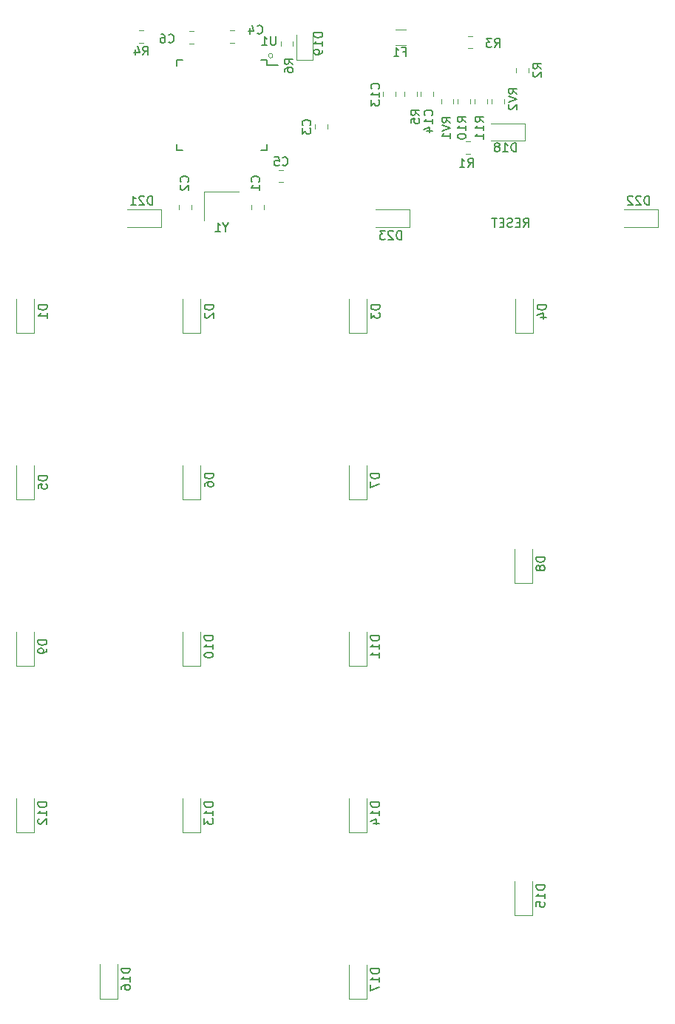
<source format=gbr>
%TF.GenerationSoftware,KiCad,Pcbnew,(5.1.6)-1*%
%TF.CreationDate,2020-11-22T11:15:34-08:00*%
%TF.ProjectId,tenkey_plusplus,74656e6b-6579-45f7-906c-7573706c7573,1*%
%TF.SameCoordinates,Original*%
%TF.FileFunction,Legend,Bot*%
%TF.FilePolarity,Positive*%
%FSLAX46Y46*%
G04 Gerber Fmt 4.6, Leading zero omitted, Abs format (unit mm)*
G04 Created by KiCad (PCBNEW (5.1.6)-1) date 2020-11-22 11:15:34*
%MOMM*%
%LPD*%
G01*
G04 APERTURE LIST*
%ADD10C,0.150000*%
%ADD11C,0.120000*%
G04 APERTURE END LIST*
D10*
X130532392Y-70158398D02*
X130865726Y-69682208D01*
X131103821Y-70158398D02*
X131103821Y-69158398D01*
X130722869Y-69158398D01*
X130627631Y-69206018D01*
X130580012Y-69253637D01*
X130532392Y-69348875D01*
X130532392Y-69491732D01*
X130580012Y-69586970D01*
X130627631Y-69634589D01*
X130722869Y-69682208D01*
X131103821Y-69682208D01*
X130103821Y-69634589D02*
X129770488Y-69634589D01*
X129627631Y-70158398D02*
X130103821Y-70158398D01*
X130103821Y-69158398D01*
X129627631Y-69158398D01*
X129246678Y-70110779D02*
X129103821Y-70158398D01*
X128865726Y-70158398D01*
X128770488Y-70110779D01*
X128722869Y-70063160D01*
X128675250Y-69967922D01*
X128675250Y-69872684D01*
X128722869Y-69777446D01*
X128770488Y-69729827D01*
X128865726Y-69682208D01*
X129056202Y-69634589D01*
X129151440Y-69586970D01*
X129199059Y-69539351D01*
X129246678Y-69444113D01*
X129246678Y-69348875D01*
X129199059Y-69253637D01*
X129151440Y-69206018D01*
X129056202Y-69158398D01*
X128818107Y-69158398D01*
X128675250Y-69206018D01*
X128246678Y-69634589D02*
X127913345Y-69634589D01*
X127770488Y-70158398D02*
X128246678Y-70158398D01*
X128246678Y-69158398D01*
X127770488Y-69158398D01*
X127484773Y-69158398D02*
X126913345Y-69158398D01*
X127199059Y-70158398D02*
X127199059Y-69158398D01*
D11*
X101824618Y-50539688D02*
G75*
G03*
X101824618Y-50539688I-254000J0D01*
G01*
%TO.C,Y1*%
X93956000Y-69398976D02*
X93956000Y-66098976D01*
X93956000Y-66098976D02*
X97956000Y-66098976D01*
%TO.C,RV2*%
X128289018Y-56055566D02*
X128289018Y-55538410D01*
X126869018Y-56055566D02*
X126869018Y-55538410D01*
%TO.C,RV1*%
X122510518Y-56055566D02*
X122510518Y-55538410D01*
X121090518Y-56055566D02*
X121090518Y-55538410D01*
%TO.C,R11*%
X126384018Y-56055566D02*
X126384018Y-55538410D01*
X124964018Y-56055566D02*
X124964018Y-55538410D01*
%TO.C,R10*%
X124415518Y-56055566D02*
X124415518Y-55538410D01*
X122995518Y-56055566D02*
X122995518Y-55538410D01*
%TO.C,R6*%
X102716012Y-48873440D02*
X102716012Y-49390596D01*
X104136012Y-48873440D02*
X104136012Y-49390596D01*
%TO.C,R5*%
X116888018Y-54649910D02*
X116888018Y-55167066D01*
X118308018Y-54649910D02*
X118308018Y-55167066D01*
%TO.C,R4*%
X86492440Y-49077988D02*
X87009596Y-49077988D01*
X86492440Y-47657988D02*
X87009596Y-47657988D01*
%TO.C,R3*%
X124714596Y-48292988D02*
X124197440Y-48292988D01*
X124714596Y-49712988D02*
X124197440Y-49712988D01*
%TO.C,R2*%
X129715018Y-51919410D02*
X129715018Y-52436566D01*
X131135018Y-51919410D02*
X131135018Y-52436566D01*
%TO.C,R1*%
X124451596Y-60357988D02*
X123934440Y-60357988D01*
X124451596Y-61777988D02*
X123934440Y-61777988D01*
%TO.C,F1*%
X117041582Y-47534988D02*
X115837454Y-47534988D01*
X117041582Y-49354988D02*
X115837454Y-49354988D01*
%TO.C,D19*%
X106368012Y-48132018D02*
X106368012Y-51017018D01*
X106368012Y-51017018D02*
X104548012Y-51017018D01*
X104548012Y-51017018D02*
X104548012Y-48132018D01*
%TO.C,C14*%
X118793018Y-54649910D02*
X118793018Y-55167066D01*
X120213018Y-54649910D02*
X120213018Y-55167066D01*
%TO.C,C13*%
X115895018Y-55167066D02*
X115895018Y-54649910D01*
X114475018Y-55167066D02*
X114475018Y-54649910D01*
%TO.C,C6*%
X92735578Y-47735000D02*
X92218422Y-47735000D01*
X92735578Y-49155000D02*
X92218422Y-49155000D01*
%TO.C,C5*%
X103022578Y-63610000D02*
X102505422Y-63610000D01*
X103022578Y-65030000D02*
X102505422Y-65030000D01*
%TO.C,C4*%
X97409596Y-47657988D02*
X96892440Y-47657988D01*
X97409596Y-49077988D02*
X96892440Y-49077988D01*
%TO.C,C3*%
X106653012Y-58423840D02*
X106653012Y-58940996D01*
X108073012Y-58423840D02*
X108073012Y-58940996D01*
%TO.C,C2*%
X92527018Y-68148554D02*
X92527018Y-67631398D01*
X91107018Y-68148554D02*
X91107018Y-67631398D01*
%TO.C,C1*%
X99362018Y-67631398D02*
X99362018Y-68148554D01*
X100782018Y-67631398D02*
X100782018Y-68148554D01*
%TO.C,D18*%
X130717976Y-58289988D02*
X126817976Y-58289988D01*
X130717976Y-60289988D02*
X126817976Y-60289988D01*
X130717976Y-58289988D02*
X130717976Y-60289988D01*
D10*
%TO.C,U1*%
X101131000Y-51591976D02*
X102406000Y-51591976D01*
X90781000Y-51016976D02*
X91456000Y-51016976D01*
X90781000Y-61366976D02*
X91456000Y-61366976D01*
X101131000Y-61366976D02*
X100456000Y-61366976D01*
X101131000Y-51016976D02*
X100456000Y-51016976D01*
X101131000Y-61366976D02*
X101131000Y-60691976D01*
X90781000Y-61366976D02*
X90781000Y-60691976D01*
X90781000Y-51016976D02*
X90781000Y-51691976D01*
X101131000Y-51016976D02*
X101131000Y-51591976D01*
D11*
%TO.C,D23*%
X117510018Y-68145988D02*
X113610018Y-68145988D01*
X117510018Y-70145988D02*
X113610018Y-70145988D01*
X117510018Y-68145988D02*
X117510018Y-70145988D01*
%TO.C,D22*%
X145958018Y-68145988D02*
X142058018Y-68145988D01*
X145958018Y-70145988D02*
X142058018Y-70145988D01*
X145958018Y-68145988D02*
X145958018Y-70145988D01*
%TO.C,D21*%
X89062018Y-68145988D02*
X85162018Y-68145988D01*
X89062018Y-70145988D02*
X85162018Y-70145988D01*
X89062018Y-68145988D02*
X89062018Y-70145988D01*
%TO.C,D17*%
X112576976Y-158495036D02*
X112576976Y-154595036D01*
X110576976Y-158495036D02*
X110576976Y-154595036D01*
X112576976Y-158495036D02*
X110576976Y-158495036D01*
%TO.C,D16*%
X84016018Y-158425988D02*
X84016018Y-154525988D01*
X82016018Y-158425988D02*
X82016018Y-154525988D01*
X84016018Y-158425988D02*
X82016018Y-158425988D01*
%TO.C,D15*%
X131516018Y-148925988D02*
X131516018Y-145025988D01*
X129516018Y-148925988D02*
X129516018Y-145025988D01*
X131516018Y-148925988D02*
X129516018Y-148925988D01*
%TO.C,D14*%
X112576976Y-139445036D02*
X112576976Y-135545036D01*
X110576976Y-139445036D02*
X110576976Y-135545036D01*
X112576976Y-139445036D02*
X110576976Y-139445036D01*
%TO.C,D13*%
X93526976Y-139445036D02*
X93526976Y-135545036D01*
X91526976Y-139445036D02*
X91526976Y-135545036D01*
X93526976Y-139445036D02*
X91526976Y-139445036D01*
%TO.C,D12*%
X74476976Y-139445036D02*
X74476976Y-135545036D01*
X72476976Y-139445036D02*
X72476976Y-135545036D01*
X74476976Y-139445036D02*
X72476976Y-139445036D01*
%TO.C,D11*%
X112576976Y-120395036D02*
X112576976Y-116495036D01*
X110576976Y-120395036D02*
X110576976Y-116495036D01*
X112576976Y-120395036D02*
X110576976Y-120395036D01*
%TO.C,D10*%
X93526976Y-120395036D02*
X93526976Y-116495036D01*
X91526976Y-120395036D02*
X91526976Y-116495036D01*
X93526976Y-120395036D02*
X91526976Y-120395036D01*
%TO.C,D9*%
X74476976Y-120395036D02*
X74476976Y-116495036D01*
X72476976Y-120395036D02*
X72476976Y-116495036D01*
X74476976Y-120395036D02*
X72476976Y-120395036D01*
%TO.C,D8*%
X131516018Y-110925988D02*
X131516018Y-107025988D01*
X129516018Y-110925988D02*
X129516018Y-107025988D01*
X131516018Y-110925988D02*
X129516018Y-110925988D01*
%TO.C,D7*%
X112576976Y-101345036D02*
X112576976Y-97445036D01*
X110576976Y-101345036D02*
X110576976Y-97445036D01*
X112576976Y-101345036D02*
X110576976Y-101345036D01*
%TO.C,D6*%
X93526976Y-101345036D02*
X93526976Y-97445036D01*
X91526976Y-101345036D02*
X91526976Y-97445036D01*
X93526976Y-101345036D02*
X91526976Y-101345036D01*
%TO.C,D5*%
X74476976Y-101345036D02*
X74476976Y-97445036D01*
X72476976Y-101345036D02*
X72476976Y-97445036D01*
X74476976Y-101345036D02*
X72476976Y-101345036D01*
%TO.C,D4*%
X131626976Y-82295036D02*
X131626976Y-78395036D01*
X129626976Y-82295036D02*
X129626976Y-78395036D01*
X131626976Y-82295036D02*
X129626976Y-82295036D01*
%TO.C,D3*%
X112576976Y-82295036D02*
X112576976Y-78395036D01*
X110576976Y-82295036D02*
X110576976Y-78395036D01*
X112576976Y-82295036D02*
X110576976Y-82295036D01*
%TO.C,D2*%
X93526976Y-82295036D02*
X93526976Y-78395036D01*
X91526976Y-82295036D02*
X91526976Y-78395036D01*
X93526976Y-82295036D02*
X91526976Y-82295036D01*
%TO.C,D1*%
X74476976Y-82295036D02*
X74476976Y-78395036D01*
X72476976Y-82295036D02*
X72476976Y-78395036D01*
X74476976Y-82295036D02*
X72476976Y-82295036D01*
%TO.C,Y1*%
D10*
X96432190Y-70175166D02*
X96432190Y-70651356D01*
X96765523Y-69651356D02*
X96432190Y-70175166D01*
X96098857Y-69651356D01*
X95241714Y-70651356D02*
X95813142Y-70651356D01*
X95527428Y-70651356D02*
X95527428Y-69651356D01*
X95622666Y-69794214D01*
X95717904Y-69889452D01*
X95813142Y-69937071D01*
%TO.C,RV2*%
X129786392Y-54886779D02*
X129310202Y-54553446D01*
X129786392Y-54315351D02*
X128786392Y-54315351D01*
X128786392Y-54696303D01*
X128834012Y-54791541D01*
X128881631Y-54839160D01*
X128976869Y-54886779D01*
X129119726Y-54886779D01*
X129214964Y-54839160D01*
X129262583Y-54791541D01*
X129310202Y-54696303D01*
X129310202Y-54315351D01*
X128786392Y-55172494D02*
X129786392Y-55505827D01*
X128786392Y-55839160D01*
X128881631Y-56124875D02*
X128834012Y-56172494D01*
X128786392Y-56267732D01*
X128786392Y-56505827D01*
X128834012Y-56601065D01*
X128881631Y-56648684D01*
X128976869Y-56696303D01*
X129072107Y-56696303D01*
X129214964Y-56648684D01*
X129786392Y-56077256D01*
X129786392Y-56696303D01*
%TO.C,RV1*%
X122166392Y-58188779D02*
X121690202Y-57855446D01*
X122166392Y-57617351D02*
X121166392Y-57617351D01*
X121166392Y-57998303D01*
X121214012Y-58093541D01*
X121261631Y-58141160D01*
X121356869Y-58188779D01*
X121499726Y-58188779D01*
X121594964Y-58141160D01*
X121642583Y-58093541D01*
X121690202Y-57998303D01*
X121690202Y-57617351D01*
X121166392Y-58474494D02*
X122166392Y-58807827D01*
X121166392Y-59141160D01*
X122166392Y-59998303D02*
X122166392Y-59426875D01*
X122166392Y-59712589D02*
X121166392Y-59712589D01*
X121309250Y-59617351D01*
X121404488Y-59522113D01*
X121452107Y-59426875D01*
%TO.C,R11*%
X125976392Y-58141160D02*
X125500202Y-57807827D01*
X125976392Y-57569732D02*
X124976392Y-57569732D01*
X124976392Y-57950684D01*
X125024012Y-58045922D01*
X125071631Y-58093541D01*
X125166869Y-58141160D01*
X125309726Y-58141160D01*
X125404964Y-58093541D01*
X125452583Y-58045922D01*
X125500202Y-57950684D01*
X125500202Y-57569732D01*
X125976392Y-59093541D02*
X125976392Y-58522113D01*
X125976392Y-58807827D02*
X124976392Y-58807827D01*
X125119250Y-58712589D01*
X125214488Y-58617351D01*
X125262107Y-58522113D01*
X125976392Y-60045922D02*
X125976392Y-59474494D01*
X125976392Y-59760208D02*
X124976392Y-59760208D01*
X125119250Y-59664970D01*
X125214488Y-59569732D01*
X125262107Y-59474494D01*
%TO.C,R10*%
X123944392Y-58141160D02*
X123468202Y-57807827D01*
X123944392Y-57569732D02*
X122944392Y-57569732D01*
X122944392Y-57950684D01*
X122992012Y-58045922D01*
X123039631Y-58093541D01*
X123134869Y-58141160D01*
X123277726Y-58141160D01*
X123372964Y-58093541D01*
X123420583Y-58045922D01*
X123468202Y-57950684D01*
X123468202Y-57569732D01*
X123944392Y-59093541D02*
X123944392Y-58522113D01*
X123944392Y-58807827D02*
X122944392Y-58807827D01*
X123087250Y-58712589D01*
X123182488Y-58617351D01*
X123230107Y-58522113D01*
X122944392Y-59712589D02*
X122944392Y-59807827D01*
X122992012Y-59903065D01*
X123039631Y-59950684D01*
X123134869Y-59998303D01*
X123325345Y-60045922D01*
X123563440Y-60045922D01*
X123753916Y-59998303D01*
X123849154Y-59950684D01*
X123896773Y-59903065D01*
X123944392Y-59807827D01*
X123944392Y-59712589D01*
X123896773Y-59617351D01*
X123849154Y-59569732D01*
X123753916Y-59522113D01*
X123563440Y-59474494D01*
X123325345Y-59474494D01*
X123134869Y-59522113D01*
X123039631Y-59569732D01*
X122992012Y-59617351D01*
X122944392Y-59712589D01*
%TO.C,R6*%
X104132392Y-51505351D02*
X103656202Y-51172018D01*
X104132392Y-50933922D02*
X103132392Y-50933922D01*
X103132392Y-51314875D01*
X103180012Y-51410113D01*
X103227631Y-51457732D01*
X103322869Y-51505351D01*
X103465726Y-51505351D01*
X103560964Y-51457732D01*
X103608583Y-51410113D01*
X103656202Y-51314875D01*
X103656202Y-50933922D01*
X103132392Y-52362494D02*
X103132392Y-52172018D01*
X103180012Y-52076779D01*
X103227631Y-52029160D01*
X103370488Y-51933922D01*
X103560964Y-51886303D01*
X103941916Y-51886303D01*
X104037154Y-51933922D01*
X104084773Y-51981541D01*
X104132392Y-52076779D01*
X104132392Y-52267256D01*
X104084773Y-52362494D01*
X104037154Y-52410113D01*
X103941916Y-52457732D01*
X103703821Y-52457732D01*
X103608583Y-52410113D01*
X103560964Y-52362494D01*
X103513345Y-52267256D01*
X103513345Y-52076779D01*
X103560964Y-51981541D01*
X103608583Y-51933922D01*
X103703821Y-51886303D01*
%TO.C,R5*%
X118610392Y-57347351D02*
X118134202Y-57014018D01*
X118610392Y-56775922D02*
X117610392Y-56775922D01*
X117610392Y-57156875D01*
X117658012Y-57252113D01*
X117705631Y-57299732D01*
X117800869Y-57347351D01*
X117943726Y-57347351D01*
X118038964Y-57299732D01*
X118086583Y-57252113D01*
X118134202Y-57156875D01*
X118134202Y-56775922D01*
X117610392Y-58252113D02*
X117610392Y-57775922D01*
X118086583Y-57728303D01*
X118038964Y-57775922D01*
X117991345Y-57871160D01*
X117991345Y-58109256D01*
X118038964Y-58204494D01*
X118086583Y-58252113D01*
X118181821Y-58299732D01*
X118419916Y-58299732D01*
X118515154Y-58252113D01*
X118562773Y-58204494D01*
X118610392Y-58109256D01*
X118610392Y-57871160D01*
X118562773Y-57775922D01*
X118515154Y-57728303D01*
%TO.C,R4*%
X86917684Y-50470368D02*
X87251018Y-49994178D01*
X87489113Y-50470368D02*
X87489113Y-49470368D01*
X87108160Y-49470368D01*
X87012922Y-49517988D01*
X86965303Y-49565607D01*
X86917684Y-49660845D01*
X86917684Y-49803702D01*
X86965303Y-49898940D01*
X87012922Y-49946559D01*
X87108160Y-49994178D01*
X87489113Y-49994178D01*
X86060541Y-49803702D02*
X86060541Y-50470368D01*
X86298637Y-49422749D02*
X86536732Y-50137035D01*
X85917684Y-50137035D01*
%TO.C,R3*%
X127214678Y-49584398D02*
X127548012Y-49108208D01*
X127786107Y-49584398D02*
X127786107Y-48584398D01*
X127405154Y-48584398D01*
X127309916Y-48632018D01*
X127262297Y-48679637D01*
X127214678Y-48774875D01*
X127214678Y-48917732D01*
X127262297Y-49012970D01*
X127309916Y-49060589D01*
X127405154Y-49108208D01*
X127786107Y-49108208D01*
X126881345Y-48584398D02*
X126262297Y-48584398D01*
X126595631Y-48965351D01*
X126452773Y-48965351D01*
X126357535Y-49012970D01*
X126309916Y-49060589D01*
X126262297Y-49155827D01*
X126262297Y-49393922D01*
X126309916Y-49489160D01*
X126357535Y-49536779D01*
X126452773Y-49584398D01*
X126738488Y-49584398D01*
X126833726Y-49536779D01*
X126881345Y-49489160D01*
%TO.C,R2*%
X132580392Y-52013351D02*
X132104202Y-51680018D01*
X132580392Y-51441922D02*
X131580392Y-51441922D01*
X131580392Y-51822875D01*
X131628012Y-51918113D01*
X131675631Y-51965732D01*
X131770869Y-52013351D01*
X131913726Y-52013351D01*
X132008964Y-51965732D01*
X132056583Y-51918113D01*
X132104202Y-51822875D01*
X132104202Y-51441922D01*
X131675631Y-52394303D02*
X131628012Y-52441922D01*
X131580392Y-52537160D01*
X131580392Y-52775256D01*
X131628012Y-52870494D01*
X131675631Y-52918113D01*
X131770869Y-52965732D01*
X131866107Y-52965732D01*
X132008964Y-52918113D01*
X132580392Y-52346684D01*
X132580392Y-52965732D01*
%TO.C,R1*%
X124166678Y-63300398D02*
X124500012Y-62824208D01*
X124738107Y-63300398D02*
X124738107Y-62300398D01*
X124357154Y-62300398D01*
X124261916Y-62348018D01*
X124214297Y-62395637D01*
X124166678Y-62490875D01*
X124166678Y-62633732D01*
X124214297Y-62728970D01*
X124261916Y-62776589D01*
X124357154Y-62824208D01*
X124738107Y-62824208D01*
X123214297Y-63300398D02*
X123785726Y-63300398D01*
X123500012Y-63300398D02*
X123500012Y-62300398D01*
X123595250Y-62443256D01*
X123690488Y-62538494D01*
X123785726Y-62586113D01*
%TO.C,F1*%
X116713345Y-50076589D02*
X117046678Y-50076589D01*
X117046678Y-50600398D02*
X117046678Y-49600398D01*
X116570488Y-49600398D01*
X115665726Y-50600398D02*
X116237154Y-50600398D01*
X115951440Y-50600398D02*
X115951440Y-49600398D01*
X116046678Y-49743256D01*
X116141916Y-49838494D01*
X116237154Y-49886113D01*
%TO.C,D19*%
X107510392Y-47917732D02*
X106510392Y-47917732D01*
X106510392Y-48155827D01*
X106558012Y-48298684D01*
X106653250Y-48393922D01*
X106748488Y-48441541D01*
X106938964Y-48489160D01*
X107081821Y-48489160D01*
X107272297Y-48441541D01*
X107367535Y-48393922D01*
X107462773Y-48298684D01*
X107510392Y-48155827D01*
X107510392Y-47917732D01*
X107510392Y-49441541D02*
X107510392Y-48870113D01*
X107510392Y-49155827D02*
X106510392Y-49155827D01*
X106653250Y-49060589D01*
X106748488Y-48965351D01*
X106796107Y-48870113D01*
X107510392Y-49917732D02*
X107510392Y-50108208D01*
X107462773Y-50203446D01*
X107415154Y-50251065D01*
X107272297Y-50346303D01*
X107081821Y-50393922D01*
X106700869Y-50393922D01*
X106605631Y-50346303D01*
X106558012Y-50298684D01*
X106510392Y-50203446D01*
X106510392Y-50012970D01*
X106558012Y-49917732D01*
X106605631Y-49870113D01*
X106700869Y-49822494D01*
X106938964Y-49822494D01*
X107034202Y-49870113D01*
X107081821Y-49917732D01*
X107129440Y-50012970D01*
X107129440Y-50203446D01*
X107081821Y-50298684D01*
X107034202Y-50346303D01*
X106938964Y-50393922D01*
%TO.C,C14*%
X120039154Y-57379160D02*
X120086773Y-57331541D01*
X120134392Y-57188684D01*
X120134392Y-57093446D01*
X120086773Y-56950589D01*
X119991535Y-56855351D01*
X119896297Y-56807732D01*
X119705821Y-56760113D01*
X119562964Y-56760113D01*
X119372488Y-56807732D01*
X119277250Y-56855351D01*
X119182012Y-56950589D01*
X119134392Y-57093446D01*
X119134392Y-57188684D01*
X119182012Y-57331541D01*
X119229631Y-57379160D01*
X120134392Y-58331541D02*
X120134392Y-57760113D01*
X120134392Y-58045827D02*
X119134392Y-58045827D01*
X119277250Y-57950589D01*
X119372488Y-57855351D01*
X119420107Y-57760113D01*
X119467726Y-59188684D02*
X120134392Y-59188684D01*
X119086773Y-58950589D02*
X119801059Y-58712494D01*
X119801059Y-59331541D01*
%TO.C,C13*%
X113943154Y-54331160D02*
X113990773Y-54283541D01*
X114038392Y-54140684D01*
X114038392Y-54045446D01*
X113990773Y-53902589D01*
X113895535Y-53807351D01*
X113800297Y-53759732D01*
X113609821Y-53712113D01*
X113466964Y-53712113D01*
X113276488Y-53759732D01*
X113181250Y-53807351D01*
X113086012Y-53902589D01*
X113038392Y-54045446D01*
X113038392Y-54140684D01*
X113086012Y-54283541D01*
X113133631Y-54331160D01*
X114038392Y-55283541D02*
X114038392Y-54712113D01*
X114038392Y-54997827D02*
X113038392Y-54997827D01*
X113181250Y-54902589D01*
X113276488Y-54807351D01*
X113324107Y-54712113D01*
X113038392Y-55616875D02*
X113038392Y-56235922D01*
X113419345Y-55902589D01*
X113419345Y-56045446D01*
X113466964Y-56140684D01*
X113514583Y-56188303D01*
X113609821Y-56235922D01*
X113847916Y-56235922D01*
X113943154Y-56188303D01*
X113990773Y-56140684D01*
X114038392Y-56045446D01*
X114038392Y-55759732D01*
X113990773Y-55664494D01*
X113943154Y-55616875D01*
%TO.C,C6*%
X89876678Y-48981160D02*
X89924297Y-49028779D01*
X90067154Y-49076398D01*
X90162392Y-49076398D01*
X90305250Y-49028779D01*
X90400488Y-48933541D01*
X90448107Y-48838303D01*
X90495726Y-48647827D01*
X90495726Y-48504970D01*
X90448107Y-48314494D01*
X90400488Y-48219256D01*
X90305250Y-48124018D01*
X90162392Y-48076398D01*
X90067154Y-48076398D01*
X89924297Y-48124018D01*
X89876678Y-48171637D01*
X89019535Y-48076398D02*
X89210012Y-48076398D01*
X89305250Y-48124018D01*
X89352869Y-48171637D01*
X89448107Y-48314494D01*
X89495726Y-48504970D01*
X89495726Y-48885922D01*
X89448107Y-48981160D01*
X89400488Y-49028779D01*
X89305250Y-49076398D01*
X89114773Y-49076398D01*
X89019535Y-49028779D01*
X88971916Y-48981160D01*
X88924297Y-48885922D01*
X88924297Y-48647827D01*
X88971916Y-48552589D01*
X89019535Y-48504970D01*
X89114773Y-48457351D01*
X89305250Y-48457351D01*
X89400488Y-48504970D01*
X89448107Y-48552589D01*
X89495726Y-48647827D01*
%TO.C,C5*%
X102930666Y-63027142D02*
X102978285Y-63074761D01*
X103121142Y-63122380D01*
X103216380Y-63122380D01*
X103359238Y-63074761D01*
X103454476Y-62979523D01*
X103502095Y-62884285D01*
X103549714Y-62693809D01*
X103549714Y-62550952D01*
X103502095Y-62360476D01*
X103454476Y-62265238D01*
X103359238Y-62170000D01*
X103216380Y-62122380D01*
X103121142Y-62122380D01*
X102978285Y-62170000D01*
X102930666Y-62217619D01*
X102025904Y-62122380D02*
X102502095Y-62122380D01*
X102549714Y-62598571D01*
X102502095Y-62550952D01*
X102406857Y-62503333D01*
X102168761Y-62503333D01*
X102073523Y-62550952D01*
X102025904Y-62598571D01*
X101978285Y-62693809D01*
X101978285Y-62931904D01*
X102025904Y-63027142D01*
X102073523Y-63074761D01*
X102168761Y-63122380D01*
X102406857Y-63122380D01*
X102502095Y-63074761D01*
X102549714Y-63027142D01*
%TO.C,C4*%
X100036678Y-47965160D02*
X100084297Y-48012779D01*
X100227154Y-48060398D01*
X100322392Y-48060398D01*
X100465250Y-48012779D01*
X100560488Y-47917541D01*
X100608107Y-47822303D01*
X100655726Y-47631827D01*
X100655726Y-47488970D01*
X100608107Y-47298494D01*
X100560488Y-47203256D01*
X100465250Y-47108018D01*
X100322392Y-47060398D01*
X100227154Y-47060398D01*
X100084297Y-47108018D01*
X100036678Y-47155637D01*
X99179535Y-47393732D02*
X99179535Y-48060398D01*
X99417631Y-47012779D02*
X99655726Y-47727065D01*
X99036678Y-47727065D01*
%TO.C,C3*%
X106070154Y-58515751D02*
X106117773Y-58468132D01*
X106165392Y-58325275D01*
X106165392Y-58230037D01*
X106117773Y-58087179D01*
X106022535Y-57991941D01*
X105927297Y-57944322D01*
X105736821Y-57896703D01*
X105593964Y-57896703D01*
X105403488Y-57944322D01*
X105308250Y-57991941D01*
X105213012Y-58087179D01*
X105165392Y-58230037D01*
X105165392Y-58325275D01*
X105213012Y-58468132D01*
X105260631Y-58515751D01*
X105165392Y-58849084D02*
X105165392Y-59468132D01*
X105546345Y-59134798D01*
X105546345Y-59277656D01*
X105593964Y-59372894D01*
X105641583Y-59420513D01*
X105736821Y-59468132D01*
X105974916Y-59468132D01*
X106070154Y-59420513D01*
X106117773Y-59372894D01*
X106165392Y-59277656D01*
X106165392Y-58991941D01*
X106117773Y-58896703D01*
X106070154Y-58849084D01*
%TO.C,C2*%
X92099154Y-64967351D02*
X92146773Y-64919732D01*
X92194392Y-64776875D01*
X92194392Y-64681637D01*
X92146773Y-64538779D01*
X92051535Y-64443541D01*
X91956297Y-64395922D01*
X91765821Y-64348303D01*
X91622964Y-64348303D01*
X91432488Y-64395922D01*
X91337250Y-64443541D01*
X91242012Y-64538779D01*
X91194392Y-64681637D01*
X91194392Y-64776875D01*
X91242012Y-64919732D01*
X91289631Y-64967351D01*
X91289631Y-65348303D02*
X91242012Y-65395922D01*
X91194392Y-65491160D01*
X91194392Y-65729256D01*
X91242012Y-65824494D01*
X91289631Y-65872113D01*
X91384869Y-65919732D01*
X91480107Y-65919732D01*
X91622964Y-65872113D01*
X92194392Y-65300684D01*
X92194392Y-65919732D01*
%TO.C,C1*%
X100227154Y-64967351D02*
X100274773Y-64919732D01*
X100322392Y-64776875D01*
X100322392Y-64681637D01*
X100274773Y-64538779D01*
X100179535Y-64443541D01*
X100084297Y-64395922D01*
X99893821Y-64348303D01*
X99750964Y-64348303D01*
X99560488Y-64395922D01*
X99465250Y-64443541D01*
X99370012Y-64538779D01*
X99322392Y-64681637D01*
X99322392Y-64776875D01*
X99370012Y-64919732D01*
X99417631Y-64967351D01*
X100322392Y-65919732D02*
X100322392Y-65348303D01*
X100322392Y-65634018D02*
X99322392Y-65634018D01*
X99465250Y-65538779D01*
X99560488Y-65443541D01*
X99608107Y-65348303D01*
%TO.C,D18*%
X129682261Y-61520368D02*
X129682261Y-60520368D01*
X129444166Y-60520368D01*
X129301309Y-60567988D01*
X129206071Y-60663226D01*
X129158452Y-60758464D01*
X129110833Y-60948940D01*
X129110833Y-61091797D01*
X129158452Y-61282273D01*
X129206071Y-61377511D01*
X129301309Y-61472749D01*
X129444166Y-61520368D01*
X129682261Y-61520368D01*
X128158452Y-61520368D02*
X128729880Y-61520368D01*
X128444166Y-61520368D02*
X128444166Y-60520368D01*
X128539404Y-60663226D01*
X128634642Y-60758464D01*
X128729880Y-60806083D01*
X127587023Y-60948940D02*
X127682261Y-60901321D01*
X127729880Y-60853702D01*
X127777499Y-60758464D01*
X127777499Y-60710845D01*
X127729880Y-60615607D01*
X127682261Y-60567988D01*
X127587023Y-60520368D01*
X127396547Y-60520368D01*
X127301309Y-60567988D01*
X127253690Y-60615607D01*
X127206071Y-60710845D01*
X127206071Y-60758464D01*
X127253690Y-60853702D01*
X127301309Y-60901321D01*
X127396547Y-60948940D01*
X127587023Y-60948940D01*
X127682261Y-60996559D01*
X127729880Y-61044178D01*
X127777499Y-61139416D01*
X127777499Y-61329892D01*
X127729880Y-61425130D01*
X127682261Y-61472749D01*
X127587023Y-61520368D01*
X127396547Y-61520368D01*
X127301309Y-61472749D01*
X127253690Y-61425130D01*
X127206071Y-61329892D01*
X127206071Y-61139416D01*
X127253690Y-61044178D01*
X127301309Y-60996559D01*
X127396547Y-60948940D01*
%TO.C,U1*%
X102155916Y-48330398D02*
X102155916Y-49139922D01*
X102108297Y-49235160D01*
X102060678Y-49282779D01*
X101965440Y-49330398D01*
X101774964Y-49330398D01*
X101679726Y-49282779D01*
X101632107Y-49235160D01*
X101584488Y-49139922D01*
X101584488Y-48330398D01*
X100584488Y-49330398D02*
X101155916Y-49330398D01*
X100870202Y-49330398D02*
X100870202Y-48330398D01*
X100965440Y-48473256D01*
X101060678Y-48568494D01*
X101155916Y-48616113D01*
%TO.C,D23*%
X116530285Y-71572380D02*
X116530285Y-70572380D01*
X116292190Y-70572380D01*
X116149333Y-70620000D01*
X116054095Y-70715238D01*
X116006476Y-70810476D01*
X115958857Y-71000952D01*
X115958857Y-71143809D01*
X116006476Y-71334285D01*
X116054095Y-71429523D01*
X116149333Y-71524761D01*
X116292190Y-71572380D01*
X116530285Y-71572380D01*
X115577904Y-70667619D02*
X115530285Y-70620000D01*
X115435047Y-70572380D01*
X115196952Y-70572380D01*
X115101714Y-70620000D01*
X115054095Y-70667619D01*
X115006476Y-70762857D01*
X115006476Y-70858095D01*
X115054095Y-71000952D01*
X115625523Y-71572380D01*
X115006476Y-71572380D01*
X114673142Y-70572380D02*
X114054095Y-70572380D01*
X114387428Y-70953333D01*
X114244571Y-70953333D01*
X114149333Y-71000952D01*
X114101714Y-71048571D01*
X114054095Y-71143809D01*
X114054095Y-71381904D01*
X114101714Y-71477142D01*
X114149333Y-71524761D01*
X114244571Y-71572380D01*
X114530285Y-71572380D01*
X114625523Y-71524761D01*
X114673142Y-71477142D01*
%TO.C,D22*%
X144922303Y-67598368D02*
X144922303Y-66598368D01*
X144684208Y-66598368D01*
X144541351Y-66645988D01*
X144446113Y-66741226D01*
X144398494Y-66836464D01*
X144350875Y-67026940D01*
X144350875Y-67169797D01*
X144398494Y-67360273D01*
X144446113Y-67455511D01*
X144541351Y-67550749D01*
X144684208Y-67598368D01*
X144922303Y-67598368D01*
X143969922Y-66693607D02*
X143922303Y-66645988D01*
X143827065Y-66598368D01*
X143588970Y-66598368D01*
X143493732Y-66645988D01*
X143446113Y-66693607D01*
X143398494Y-66788845D01*
X143398494Y-66884083D01*
X143446113Y-67026940D01*
X144017541Y-67598368D01*
X143398494Y-67598368D01*
X143017541Y-66693607D02*
X142969922Y-66645988D01*
X142874684Y-66598368D01*
X142636589Y-66598368D01*
X142541351Y-66645988D01*
X142493732Y-66693607D01*
X142446113Y-66788845D01*
X142446113Y-66884083D01*
X142493732Y-67026940D01*
X143065160Y-67598368D01*
X142446113Y-67598368D01*
%TO.C,D21*%
X88026303Y-67598368D02*
X88026303Y-66598368D01*
X87788208Y-66598368D01*
X87645351Y-66645988D01*
X87550113Y-66741226D01*
X87502494Y-66836464D01*
X87454875Y-67026940D01*
X87454875Y-67169797D01*
X87502494Y-67360273D01*
X87550113Y-67455511D01*
X87645351Y-67550749D01*
X87788208Y-67598368D01*
X88026303Y-67598368D01*
X87073922Y-66693607D02*
X87026303Y-66645988D01*
X86931065Y-66598368D01*
X86692970Y-66598368D01*
X86597732Y-66645988D01*
X86550113Y-66693607D01*
X86502494Y-66788845D01*
X86502494Y-66884083D01*
X86550113Y-67026940D01*
X87121541Y-67598368D01*
X86502494Y-67598368D01*
X85550113Y-67598368D02*
X86121541Y-67598368D01*
X85835827Y-67598368D02*
X85835827Y-66598368D01*
X85931065Y-66741226D01*
X86026303Y-66836464D01*
X86121541Y-66884083D01*
%TO.C,D17*%
X114029356Y-155030750D02*
X113029356Y-155030750D01*
X113029356Y-155268845D01*
X113076976Y-155411702D01*
X113172214Y-155506940D01*
X113267452Y-155554559D01*
X113457928Y-155602178D01*
X113600785Y-155602178D01*
X113791261Y-155554559D01*
X113886499Y-155506940D01*
X113981737Y-155411702D01*
X114029356Y-155268845D01*
X114029356Y-155030750D01*
X114029356Y-156554559D02*
X114029356Y-155983131D01*
X114029356Y-156268845D02*
X113029356Y-156268845D01*
X113172214Y-156173607D01*
X113267452Y-156078369D01*
X113315071Y-155983131D01*
X113029356Y-156887893D02*
X113029356Y-157554559D01*
X114029356Y-157125988D01*
%TO.C,D16*%
X85468398Y-154961702D02*
X84468398Y-154961702D01*
X84468398Y-155199797D01*
X84516018Y-155342654D01*
X84611256Y-155437892D01*
X84706494Y-155485511D01*
X84896970Y-155533130D01*
X85039827Y-155533130D01*
X85230303Y-155485511D01*
X85325541Y-155437892D01*
X85420779Y-155342654D01*
X85468398Y-155199797D01*
X85468398Y-154961702D01*
X85468398Y-156485511D02*
X85468398Y-155914083D01*
X85468398Y-156199797D02*
X84468398Y-156199797D01*
X84611256Y-156104559D01*
X84706494Y-156009321D01*
X84754113Y-155914083D01*
X84468398Y-157342654D02*
X84468398Y-157152178D01*
X84516018Y-157056940D01*
X84563637Y-157009321D01*
X84706494Y-156914083D01*
X84896970Y-156866464D01*
X85277922Y-156866464D01*
X85373160Y-156914083D01*
X85420779Y-156961702D01*
X85468398Y-157056940D01*
X85468398Y-157247416D01*
X85420779Y-157342654D01*
X85373160Y-157390273D01*
X85277922Y-157437892D01*
X85039827Y-157437892D01*
X84944589Y-157390273D01*
X84896970Y-157342654D01*
X84849351Y-157247416D01*
X84849351Y-157056940D01*
X84896970Y-156961702D01*
X84944589Y-156914083D01*
X85039827Y-156866464D01*
%TO.C,D15*%
X132968398Y-145461702D02*
X131968398Y-145461702D01*
X131968398Y-145699797D01*
X132016018Y-145842654D01*
X132111256Y-145937892D01*
X132206494Y-145985511D01*
X132396970Y-146033130D01*
X132539827Y-146033130D01*
X132730303Y-145985511D01*
X132825541Y-145937892D01*
X132920779Y-145842654D01*
X132968398Y-145699797D01*
X132968398Y-145461702D01*
X132968398Y-146985511D02*
X132968398Y-146414083D01*
X132968398Y-146699797D02*
X131968398Y-146699797D01*
X132111256Y-146604559D01*
X132206494Y-146509321D01*
X132254113Y-146414083D01*
X131968398Y-147890273D02*
X131968398Y-147414083D01*
X132444589Y-147366464D01*
X132396970Y-147414083D01*
X132349351Y-147509321D01*
X132349351Y-147747416D01*
X132396970Y-147842654D01*
X132444589Y-147890273D01*
X132539827Y-147937892D01*
X132777922Y-147937892D01*
X132873160Y-147890273D01*
X132920779Y-147842654D01*
X132968398Y-147747416D01*
X132968398Y-147509321D01*
X132920779Y-147414083D01*
X132873160Y-147366464D01*
%TO.C,D14*%
X114029356Y-135980750D02*
X113029356Y-135980750D01*
X113029356Y-136218845D01*
X113076976Y-136361702D01*
X113172214Y-136456940D01*
X113267452Y-136504559D01*
X113457928Y-136552178D01*
X113600785Y-136552178D01*
X113791261Y-136504559D01*
X113886499Y-136456940D01*
X113981737Y-136361702D01*
X114029356Y-136218845D01*
X114029356Y-135980750D01*
X114029356Y-137504559D02*
X114029356Y-136933131D01*
X114029356Y-137218845D02*
X113029356Y-137218845D01*
X113172214Y-137123607D01*
X113267452Y-137028369D01*
X113315071Y-136933131D01*
X113362690Y-138361702D02*
X114029356Y-138361702D01*
X112981737Y-138123607D02*
X113696023Y-137885512D01*
X113696023Y-138504559D01*
%TO.C,D13*%
X94979356Y-135980750D02*
X93979356Y-135980750D01*
X93979356Y-136218845D01*
X94026976Y-136361702D01*
X94122214Y-136456940D01*
X94217452Y-136504559D01*
X94407928Y-136552178D01*
X94550785Y-136552178D01*
X94741261Y-136504559D01*
X94836499Y-136456940D01*
X94931737Y-136361702D01*
X94979356Y-136218845D01*
X94979356Y-135980750D01*
X94979356Y-137504559D02*
X94979356Y-136933131D01*
X94979356Y-137218845D02*
X93979356Y-137218845D01*
X94122214Y-137123607D01*
X94217452Y-137028369D01*
X94265071Y-136933131D01*
X93979356Y-137837893D02*
X93979356Y-138456940D01*
X94360309Y-138123607D01*
X94360309Y-138266464D01*
X94407928Y-138361702D01*
X94455547Y-138409321D01*
X94550785Y-138456940D01*
X94788880Y-138456940D01*
X94884118Y-138409321D01*
X94931737Y-138361702D01*
X94979356Y-138266464D01*
X94979356Y-137980750D01*
X94931737Y-137885512D01*
X94884118Y-137837893D01*
%TO.C,D12*%
X75929356Y-135980750D02*
X74929356Y-135980750D01*
X74929356Y-136218845D01*
X74976976Y-136361702D01*
X75072214Y-136456940D01*
X75167452Y-136504559D01*
X75357928Y-136552178D01*
X75500785Y-136552178D01*
X75691261Y-136504559D01*
X75786499Y-136456940D01*
X75881737Y-136361702D01*
X75929356Y-136218845D01*
X75929356Y-135980750D01*
X75929356Y-137504559D02*
X75929356Y-136933131D01*
X75929356Y-137218845D02*
X74929356Y-137218845D01*
X75072214Y-137123607D01*
X75167452Y-137028369D01*
X75215071Y-136933131D01*
X75024595Y-137885512D02*
X74976976Y-137933131D01*
X74929356Y-138028369D01*
X74929356Y-138266464D01*
X74976976Y-138361702D01*
X75024595Y-138409321D01*
X75119833Y-138456940D01*
X75215071Y-138456940D01*
X75357928Y-138409321D01*
X75929356Y-137837893D01*
X75929356Y-138456940D01*
%TO.C,D11*%
X114029356Y-116930750D02*
X113029356Y-116930750D01*
X113029356Y-117168845D01*
X113076976Y-117311702D01*
X113172214Y-117406940D01*
X113267452Y-117454559D01*
X113457928Y-117502178D01*
X113600785Y-117502178D01*
X113791261Y-117454559D01*
X113886499Y-117406940D01*
X113981737Y-117311702D01*
X114029356Y-117168845D01*
X114029356Y-116930750D01*
X114029356Y-118454559D02*
X114029356Y-117883131D01*
X114029356Y-118168845D02*
X113029356Y-118168845D01*
X113172214Y-118073607D01*
X113267452Y-117978369D01*
X113315071Y-117883131D01*
X114029356Y-119406940D02*
X114029356Y-118835512D01*
X114029356Y-119121226D02*
X113029356Y-119121226D01*
X113172214Y-119025988D01*
X113267452Y-118930750D01*
X113315071Y-118835512D01*
%TO.C,D10*%
X94979356Y-116930750D02*
X93979356Y-116930750D01*
X93979356Y-117168845D01*
X94026976Y-117311702D01*
X94122214Y-117406940D01*
X94217452Y-117454559D01*
X94407928Y-117502178D01*
X94550785Y-117502178D01*
X94741261Y-117454559D01*
X94836499Y-117406940D01*
X94931737Y-117311702D01*
X94979356Y-117168845D01*
X94979356Y-116930750D01*
X94979356Y-118454559D02*
X94979356Y-117883131D01*
X94979356Y-118168845D02*
X93979356Y-118168845D01*
X94122214Y-118073607D01*
X94217452Y-117978369D01*
X94265071Y-117883131D01*
X93979356Y-119073607D02*
X93979356Y-119168845D01*
X94026976Y-119264083D01*
X94074595Y-119311702D01*
X94169833Y-119359321D01*
X94360309Y-119406940D01*
X94598404Y-119406940D01*
X94788880Y-119359321D01*
X94884118Y-119311702D01*
X94931737Y-119264083D01*
X94979356Y-119168845D01*
X94979356Y-119073607D01*
X94931737Y-118978369D01*
X94884118Y-118930750D01*
X94788880Y-118883131D01*
X94598404Y-118835512D01*
X94360309Y-118835512D01*
X94169833Y-118883131D01*
X94074595Y-118930750D01*
X94026976Y-118978369D01*
X93979356Y-119073607D01*
%TO.C,D9*%
X75929356Y-117406940D02*
X74929356Y-117406940D01*
X74929356Y-117645036D01*
X74976976Y-117787893D01*
X75072214Y-117883131D01*
X75167452Y-117930750D01*
X75357928Y-117978369D01*
X75500785Y-117978369D01*
X75691261Y-117930750D01*
X75786499Y-117883131D01*
X75881737Y-117787893D01*
X75929356Y-117645036D01*
X75929356Y-117406940D01*
X75929356Y-118454559D02*
X75929356Y-118645036D01*
X75881737Y-118740274D01*
X75834118Y-118787893D01*
X75691261Y-118883131D01*
X75500785Y-118930750D01*
X75119833Y-118930750D01*
X75024595Y-118883131D01*
X74976976Y-118835512D01*
X74929356Y-118740274D01*
X74929356Y-118549797D01*
X74976976Y-118454559D01*
X75024595Y-118406940D01*
X75119833Y-118359321D01*
X75357928Y-118359321D01*
X75453166Y-118406940D01*
X75500785Y-118454559D01*
X75548404Y-118549797D01*
X75548404Y-118740274D01*
X75500785Y-118835512D01*
X75453166Y-118883131D01*
X75357928Y-118930750D01*
%TO.C,D8*%
X132968398Y-107937892D02*
X131968398Y-107937892D01*
X131968398Y-108175988D01*
X132016018Y-108318845D01*
X132111256Y-108414083D01*
X132206494Y-108461702D01*
X132396970Y-108509321D01*
X132539827Y-108509321D01*
X132730303Y-108461702D01*
X132825541Y-108414083D01*
X132920779Y-108318845D01*
X132968398Y-108175988D01*
X132968398Y-107937892D01*
X132396970Y-109080749D02*
X132349351Y-108985511D01*
X132301732Y-108937892D01*
X132206494Y-108890273D01*
X132158875Y-108890273D01*
X132063637Y-108937892D01*
X132016018Y-108985511D01*
X131968398Y-109080749D01*
X131968398Y-109271226D01*
X132016018Y-109366464D01*
X132063637Y-109414083D01*
X132158875Y-109461702D01*
X132206494Y-109461702D01*
X132301732Y-109414083D01*
X132349351Y-109366464D01*
X132396970Y-109271226D01*
X132396970Y-109080749D01*
X132444589Y-108985511D01*
X132492208Y-108937892D01*
X132587446Y-108890273D01*
X132777922Y-108890273D01*
X132873160Y-108937892D01*
X132920779Y-108985511D01*
X132968398Y-109080749D01*
X132968398Y-109271226D01*
X132920779Y-109366464D01*
X132873160Y-109414083D01*
X132777922Y-109461702D01*
X132587446Y-109461702D01*
X132492208Y-109414083D01*
X132444589Y-109366464D01*
X132396970Y-109271226D01*
%TO.C,D7*%
X114029356Y-98356940D02*
X113029356Y-98356940D01*
X113029356Y-98595036D01*
X113076976Y-98737893D01*
X113172214Y-98833131D01*
X113267452Y-98880750D01*
X113457928Y-98928369D01*
X113600785Y-98928369D01*
X113791261Y-98880750D01*
X113886499Y-98833131D01*
X113981737Y-98737893D01*
X114029356Y-98595036D01*
X114029356Y-98356940D01*
X113029356Y-99261702D02*
X113029356Y-99928369D01*
X114029356Y-99499797D01*
%TO.C,D6*%
X95011356Y-98356940D02*
X94011356Y-98356940D01*
X94011356Y-98595036D01*
X94058976Y-98737893D01*
X94154214Y-98833131D01*
X94249452Y-98880750D01*
X94439928Y-98928369D01*
X94582785Y-98928369D01*
X94773261Y-98880750D01*
X94868499Y-98833131D01*
X94963737Y-98737893D01*
X95011356Y-98595036D01*
X95011356Y-98356940D01*
X94011356Y-99785512D02*
X94011356Y-99595036D01*
X94058976Y-99499797D01*
X94106595Y-99452178D01*
X94249452Y-99356940D01*
X94439928Y-99309321D01*
X94820880Y-99309321D01*
X94916118Y-99356940D01*
X94963737Y-99404559D01*
X95011356Y-99499797D01*
X95011356Y-99690274D01*
X94963737Y-99785512D01*
X94916118Y-99833131D01*
X94820880Y-99880750D01*
X94582785Y-99880750D01*
X94487547Y-99833131D01*
X94439928Y-99785512D01*
X94392309Y-99690274D01*
X94392309Y-99499797D01*
X94439928Y-99404559D01*
X94487547Y-99356940D01*
X94582785Y-99309321D01*
%TO.C,D5*%
X75961374Y-98610940D02*
X74961374Y-98610940D01*
X74961374Y-98849036D01*
X75008994Y-98991893D01*
X75104232Y-99087131D01*
X75199470Y-99134750D01*
X75389946Y-99182369D01*
X75532803Y-99182369D01*
X75723279Y-99134750D01*
X75818517Y-99087131D01*
X75913755Y-98991893D01*
X75961374Y-98849036D01*
X75961374Y-98610940D01*
X74961374Y-100087131D02*
X74961374Y-99610940D01*
X75437565Y-99563321D01*
X75389946Y-99610940D01*
X75342327Y-99706178D01*
X75342327Y-99944274D01*
X75389946Y-100039512D01*
X75437565Y-100087131D01*
X75532803Y-100134750D01*
X75770898Y-100134750D01*
X75866136Y-100087131D01*
X75913755Y-100039512D01*
X75961374Y-99944274D01*
X75961374Y-99706178D01*
X75913755Y-99610940D01*
X75866136Y-99563321D01*
%TO.C,D4*%
X133111374Y-79052928D02*
X132111374Y-79052928D01*
X132111374Y-79291024D01*
X132158994Y-79433881D01*
X132254232Y-79529119D01*
X132349470Y-79576738D01*
X132539946Y-79624357D01*
X132682803Y-79624357D01*
X132873279Y-79576738D01*
X132968517Y-79529119D01*
X133063755Y-79433881D01*
X133111374Y-79291024D01*
X133111374Y-79052928D01*
X132444708Y-80481500D02*
X133111374Y-80481500D01*
X132063755Y-80243404D02*
X132778041Y-80005309D01*
X132778041Y-80624357D01*
%TO.C,D3*%
X114061374Y-79052928D02*
X113061374Y-79052928D01*
X113061374Y-79291024D01*
X113108994Y-79433881D01*
X113204232Y-79529119D01*
X113299470Y-79576738D01*
X113489946Y-79624357D01*
X113632803Y-79624357D01*
X113823279Y-79576738D01*
X113918517Y-79529119D01*
X114013755Y-79433881D01*
X114061374Y-79291024D01*
X114061374Y-79052928D01*
X113061374Y-79957690D02*
X113061374Y-80576738D01*
X113442327Y-80243404D01*
X113442327Y-80386262D01*
X113489946Y-80481500D01*
X113537565Y-80529119D01*
X113632803Y-80576738D01*
X113870898Y-80576738D01*
X113966136Y-80529119D01*
X114013755Y-80481500D01*
X114061374Y-80386262D01*
X114061374Y-80100547D01*
X114013755Y-80005309D01*
X113966136Y-79957690D01*
%TO.C,D2*%
X95011374Y-79052928D02*
X94011374Y-79052928D01*
X94011374Y-79291024D01*
X94058994Y-79433881D01*
X94154232Y-79529119D01*
X94249470Y-79576738D01*
X94439946Y-79624357D01*
X94582803Y-79624357D01*
X94773279Y-79576738D01*
X94868517Y-79529119D01*
X94963755Y-79433881D01*
X95011374Y-79291024D01*
X95011374Y-79052928D01*
X94106613Y-80005309D02*
X94058994Y-80052928D01*
X94011374Y-80148166D01*
X94011374Y-80386262D01*
X94058994Y-80481500D01*
X94106613Y-80529119D01*
X94201851Y-80576738D01*
X94297089Y-80576738D01*
X94439946Y-80529119D01*
X95011374Y-79957690D01*
X95011374Y-80576738D01*
%TO.C,D1*%
X75961374Y-79052928D02*
X74961374Y-79052928D01*
X74961374Y-79291024D01*
X75008994Y-79433881D01*
X75104232Y-79529119D01*
X75199470Y-79576738D01*
X75389946Y-79624357D01*
X75532803Y-79624357D01*
X75723279Y-79576738D01*
X75818517Y-79529119D01*
X75913755Y-79433881D01*
X75961374Y-79291024D01*
X75961374Y-79052928D01*
X75961374Y-80576738D02*
X75961374Y-80005309D01*
X75961374Y-80291024D02*
X74961374Y-80291024D01*
X75104232Y-80195785D01*
X75199470Y-80100547D01*
X75247089Y-80005309D01*
%TD*%
M02*

</source>
